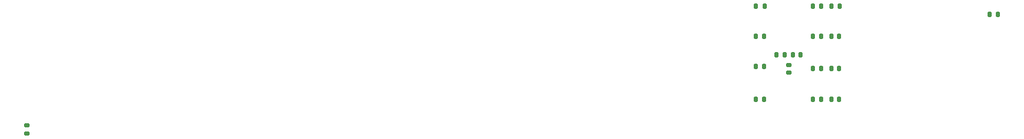
<source format=gbp>
G04 #@! TF.GenerationSoftware,KiCad,Pcbnew,6.0.7-1.fc36*
G04 #@! TF.CreationDate,2023-03-25T12:13:32+11:00*
G04 #@! TF.ProjectId,MOOD-Motherboard-r0.1.1,4d4f4f44-2d4d-46f7-9468-6572626f6172,rev?*
G04 #@! TF.SameCoordinates,Original*
G04 #@! TF.FileFunction,Paste,Bot*
G04 #@! TF.FilePolarity,Positive*
%FSLAX46Y46*%
G04 Gerber Fmt 4.6, Leading zero omitted, Abs format (unit mm)*
G04 Created by KiCad (PCBNEW 6.0.7-1.fc36) date 2023-03-25 12:13:32*
%MOMM*%
%LPD*%
G01*
G04 APERTURE LIST*
G04 Aperture macros list*
%AMRoundRect*
0 Rectangle with rounded corners*
0 $1 Rounding radius*
0 $2 $3 $4 $5 $6 $7 $8 $9 X,Y pos of 4 corners*
0 Add a 4 corners polygon primitive as box body*
4,1,4,$2,$3,$4,$5,$6,$7,$8,$9,$2,$3,0*
0 Add four circle primitives for the rounded corners*
1,1,$1+$1,$2,$3*
1,1,$1+$1,$4,$5*
1,1,$1+$1,$6,$7*
1,1,$1+$1,$8,$9*
0 Add four rect primitives between the rounded corners*
20,1,$1+$1,$2,$3,$4,$5,0*
20,1,$1+$1,$4,$5,$6,$7,0*
20,1,$1+$1,$6,$7,$8,$9,0*
20,1,$1+$1,$8,$9,$2,$3,0*%
G04 Aperture macros list end*
%ADD10RoundRect,0.135000X-0.135000X-0.185000X0.135000X-0.185000X0.135000X0.185000X-0.135000X0.185000X0*%
%ADD11RoundRect,0.140000X-0.140000X-0.170000X0.140000X-0.170000X0.140000X0.170000X-0.140000X0.170000X0*%
%ADD12RoundRect,0.140000X0.140000X0.170000X-0.140000X0.170000X-0.140000X-0.170000X0.140000X-0.170000X0*%
%ADD13RoundRect,0.135000X-0.185000X0.135000X-0.185000X-0.135000X0.185000X-0.135000X0.185000X0.135000X0*%
%ADD14RoundRect,0.140000X-0.170000X0.140000X-0.170000X-0.140000X0.170000X-0.140000X0.170000X0.140000X0*%
G04 APERTURE END LIST*
D10*
X242740000Y-29250000D03*
X243760000Y-29250000D03*
X214005000Y-32005000D03*
X215025000Y-32005000D03*
D11*
X223305000Y-28255000D03*
X224265000Y-28255000D03*
X223285000Y-39755000D03*
X224245000Y-39755000D03*
D12*
X219495000Y-34255000D03*
X218535000Y-34255000D03*
D11*
X223285000Y-36005000D03*
X224245000Y-36005000D03*
D10*
X221005000Y-36005000D03*
X222025000Y-36005000D03*
D11*
X223285000Y-32005000D03*
X224245000Y-32005000D03*
D10*
X214015000Y-28255000D03*
X215035000Y-28255000D03*
X214005000Y-39755000D03*
X215025000Y-39755000D03*
D13*
X124250000Y-42990000D03*
X124250000Y-44010000D03*
D10*
X221005000Y-39755000D03*
X222025000Y-39755000D03*
D11*
X216555000Y-34255000D03*
X217515000Y-34255000D03*
D10*
X220995000Y-32005000D03*
X222015000Y-32005000D03*
D14*
X218015000Y-35525000D03*
X218015000Y-36485000D03*
D10*
X221005000Y-28255000D03*
X222025000Y-28255000D03*
X214005000Y-35755000D03*
X215025000Y-35755000D03*
M02*

</source>
